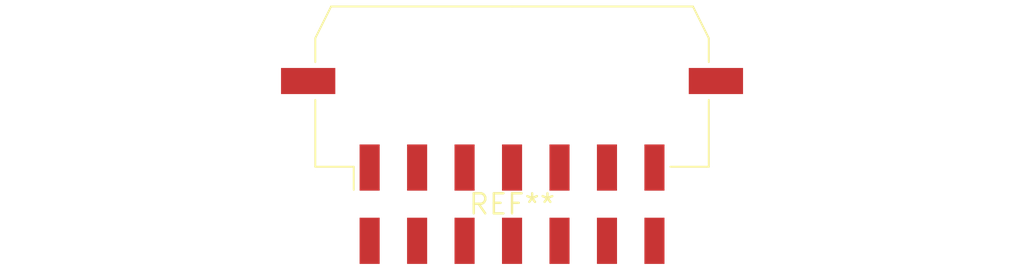
<source format=kicad_pcb>
(kicad_pcb (version 20240108) (generator pcbnew)
  (layers (0 "F.Cu" signal) (31 "B.Cu" signal) (34 "B.Paste" user) (35 "F.Paste" user) (36 "B.SilkS" user "B.Silkscreen") (37 "F.SilkS" user "F.Silkscreen") (38 "B.Mask" user) (39 "F.Mask" user) (44 "Edge.Cuts" user))
  (net 0 "")
  (footprint "Molex_Micro-Fit_3.0_43045-1410_2x07-1MP_P3.00mm_Horizontal" (layer "F.Cu") (at 0 0)
    (property "Reference" "REF**")
    (property "Value" "Molex_Micro-Fit_3.0_43045-1410_2x07-1MP_P3.00mm_Horizontal")
    (fp_line (start -12.435 -10.495) (end -12.435 -8.98) (layer "F.SilkS") (stroke (width 0.12)))
    (fp_line (start -12.435 -6.59) (end -12.435 -2.365) (layer "F.SilkS") (stroke (width 0.12)))
    (fp_line (start -12.435 -2.365) (end -10.005 -2.365) (layer "F.SilkS") (stroke (width 0.12)))
    (fp_line (start -11.435 -12.495) (end -12.435 -10.495) (layer "F.SilkS") (stroke (width 0.12)))
    (fp_line (start -10.005 -2.365) (end -10.005 -0.905) (layer "F.SilkS") (stroke (width 0.12)))
    (fp_line (start 0 -12.495) (end -11.435 -12.495) (layer "F.SilkS") (stroke (width 0.12)))
    (fp_line (start 0 -12.495) (end 11.435 -12.495) (layer "F.SilkS") (stroke (width 0.12)))
    (fp_line (start 11.435 -12.495) (end 12.435 -10.495) (layer "F.SilkS") (stroke (width 0.12)))
    (fp_line (start 12.435 -10.495) (end 12.435 -8.98) (layer "F.SilkS") (stroke (width 0.12)))
    (fp_line (start 12.435 -6.59) (end 12.435 -2.365) (layer "F.SilkS") (stroke (width 0.12)))
    (fp_line (start 12.435 -2.365) (end 10.005 -2.365) (layer "F.SilkS") (stroke (width 0.12)))
    (pad "1" smd rect (at -9 -2.315) (size 1.27 2.92) (layers "F.Cu" "F.Paste" "F.Mask"))
    (pad "2" smd rect (at -6 -2.315) (size 1.27 2.92) (layers "F.Cu" "F.Paste" "F.Mask"))
    (pad "3" smd rect (at -3 -2.315) (size 1.27 2.92) (layers "F.Cu" "F.Paste" "F.Mask"))
    (pad "4" smd rect (at 0 -2.315) (size 1.27 2.92) (layers "F.Cu" "F.Paste" "F.Mask"))
    (pad "5" smd rect (at 3 -2.315) (size 1.27 2.92) (layers "F.Cu" "F.Paste" "F.Mask"))
    (pad "6" smd rect (at 6 -2.315) (size 1.27 2.92) (layers "F.Cu" "F.Paste" "F.Mask"))
    (pad "7" smd rect (at 9 -2.315) (size 1.27 2.92) (layers "F.Cu" "F.Paste" "F.Mask"))
    (pad "8" smd rect (at -9 2.315) (size 1.27 2.92) (layers "F.Cu" "F.Paste" "F.Mask"))
    (pad "9" smd rect (at -6 2.315) (size 1.27 2.92) (layers "F.Cu" "F.Paste" "F.Mask"))
    (pad "10" smd rect (at -3 2.315) (size 1.27 2.92) (layers "F.Cu" "F.Paste" "F.Mask"))
    (pad "11" smd rect (at 0 2.315) (size 1.27 2.92) (layers "F.Cu" "F.Paste" "F.Mask"))
    (pad "12" smd rect (at 3 2.315) (size 1.27 2.92) (layers "F.Cu" "F.Paste" "F.Mask"))
    (pad "13" smd rect (at 6 2.315) (size 1.27 2.92) (layers "F.Cu" "F.Paste" "F.Mask"))
    (pad "14" smd rect (at 9 2.315) (size 1.27 2.92) (layers "F.Cu" "F.Paste" "F.Mask"))
    (pad "MP" smd rect (at -12.885 -7.785) (size 3.43 1.65) (layers "F.Cu" "F.Paste" "F.Mask"))
    (pad "MP" smd rect (at 12.885 -7.785) (size 3.43 1.65) (layers "F.Cu" "F.Paste" "F.Mask"))
  )
)
</source>
